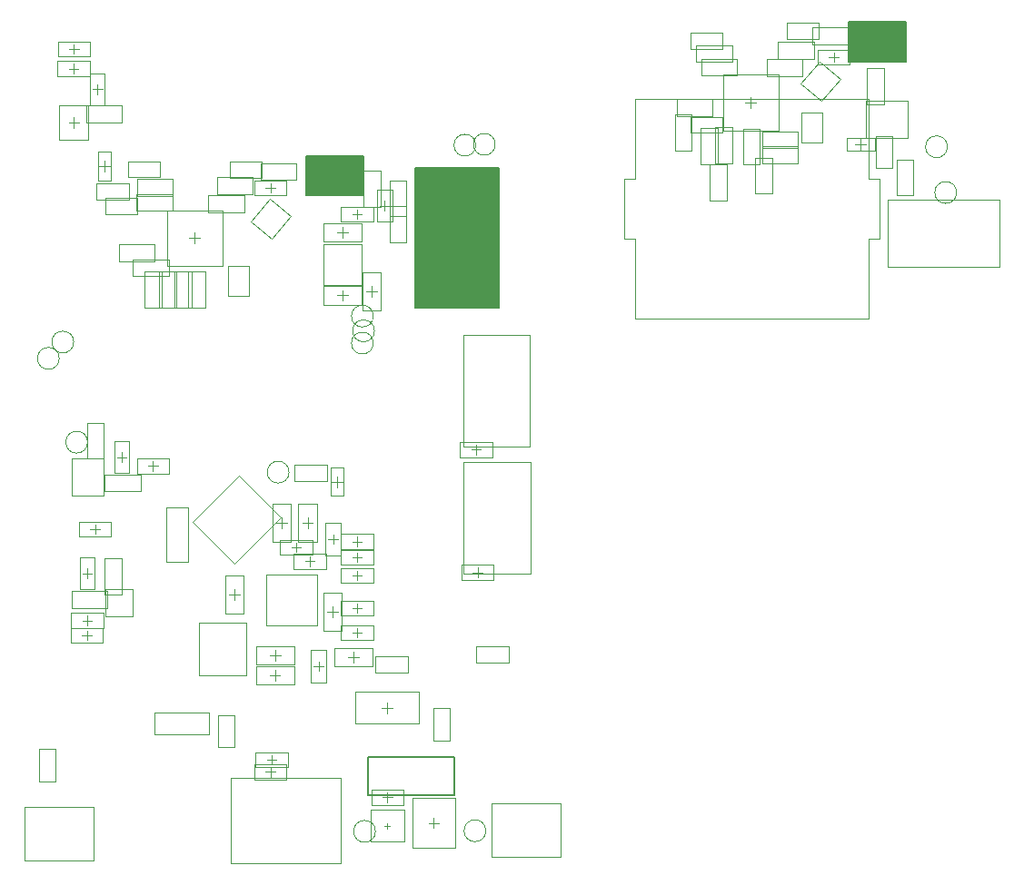
<source format=gbr>
G04*
G04 #@! TF.GenerationSoftware,Altium Limited,Altium Designer,24.10.1 (45)*
G04*
G04 Layer_Color=32768*
%FSLAX44Y44*%
%MOMM*%
G71*
G04*
G04 #@! TF.SameCoordinates,58AE560C-37F5-4C9B-8F18-908462E99DB1*
G04*
G04*
G04 #@! TF.FilePolarity,Positive*
G04*
G01*
G75*
%ADD10C,0.1000*%
%ADD15C,0.1524*%
%ADD19C,0.1270*%
%ADD164C,0.0500*%
%ADD168C,0.0508*%
G36*
X323010Y629920D02*
X269826D01*
Y667004D01*
X323010D01*
Y629920D01*
D02*
G37*
G36*
X371264Y656004D02*
Y525604D01*
X449664D01*
Y656004D01*
X371264D01*
D02*
G37*
G36*
X828978Y754888D02*
X775794D01*
Y791972D01*
X828978D01*
Y754888D01*
D02*
G37*
D10*
X427990Y676910D02*
G03*
X427990Y676910I-10160J0D01*
G01*
X333502Y503682D02*
G03*
X333502Y503682I-10160J0D01*
G01*
X867410Y675386D02*
G03*
X867410Y675386I-10160J0D01*
G01*
X876046Y632714D02*
G03*
X876046Y632714I-10160J0D01*
G01*
X332486Y517398D02*
G03*
X332486Y517398I-10160J0D01*
G01*
X66294Y399796D02*
G03*
X66294Y399796I-10160J0D01*
G01*
X39878Y478028D02*
G03*
X39878Y478028I-10160J0D01*
G01*
X53340Y493268D02*
G03*
X53340Y493268I-10160J0D01*
G01*
X254000Y371856D02*
G03*
X254000Y371856I-10160J0D01*
G01*
X437388Y37338D02*
G03*
X437388Y37338I-10160J0D01*
G01*
X334518Y36830D02*
G03*
X334518Y36830I-10160J0D01*
G01*
X332486Y492252D02*
G03*
X332486Y492252I-10160J0D01*
G01*
X446111Y677657D02*
G03*
X446111Y677657I-10160J0D01*
G01*
X53594Y693144D02*
Y703144D01*
X48594Y698144D02*
X58594D01*
X303784Y531702D02*
Y541702D01*
X298784Y536702D02*
X308784D01*
X326216Y540512D02*
X336216D01*
X331216Y535512D02*
Y545512D01*
X317246Y607894D02*
Y616894D01*
X312746Y612394D02*
X321746D01*
X303784Y590376D02*
Y600376D01*
X298784Y595376D02*
X308784D01*
X338654Y620268D02*
X347654D01*
X343154Y615768D02*
Y624768D01*
X684196Y711496D02*
Y721496D01*
X679196Y716496D02*
X689196D01*
X781780Y677672D02*
X791780D01*
X786780Y672672D02*
Y682672D01*
X761492Y754452D02*
Y763452D01*
X756992Y758952D02*
X765992D01*
X166078Y585202D02*
Y595202D01*
X161078Y590202D02*
X171078D01*
X429768Y273884D02*
Y282884D01*
X425268Y278384D02*
X434268D01*
X428244Y388438D02*
Y397438D01*
X423744Y392938D02*
X432744D01*
X340440Y152146D02*
X350440D01*
X345440Y147146D02*
Y157146D01*
X75438Y724480D02*
Y733480D01*
X70938Y728980D02*
X79938D01*
X53594Y762072D02*
Y771072D01*
X49094Y766572D02*
X58094D01*
X48586Y748284D02*
X57586D01*
X53086Y743784D02*
Y752784D01*
X271272Y319358D02*
Y329358D01*
X266272Y324358D02*
X276272D01*
X246888Y319612D02*
Y329612D01*
X241888Y324612D02*
X251888D01*
X260604Y297252D02*
Y306252D01*
X256104Y301752D02*
X265104D01*
X317500Y287854D02*
Y296854D01*
X313000Y292354D02*
X322000D01*
X317500Y302586D02*
Y311586D01*
X313000Y307086D02*
X322000D01*
X290648Y309372D02*
X299648D01*
X295148Y304872D02*
Y313872D01*
X273304Y284298D02*
Y293298D01*
X268804Y288798D02*
X277804D01*
X236728Y632532D02*
Y641532D01*
X232228Y637032D02*
X241228D01*
X236728Y87702D02*
Y96702D01*
X232228Y92202D02*
X241228D01*
X237744Y99132D02*
Y108132D01*
X233244Y103632D02*
X242244D01*
X345694Y64080D02*
Y73080D01*
X341194Y68580D02*
X350194D01*
X203200Y252810D02*
Y262810D01*
X198200Y257810D02*
X208200D01*
X276932Y190754D02*
X285932D01*
X281432Y186254D02*
Y195254D01*
X294640Y236300D02*
Y246300D01*
X289640Y241300D02*
X299640D01*
X317500Y217750D02*
Y226750D01*
X313000Y222250D02*
X322000D01*
X317500Y240610D02*
Y249610D01*
X313000Y245110D02*
X322000D01*
X317500Y271090D02*
Y280090D01*
X313000Y275590D02*
X322000D01*
X308690Y199390D02*
X318690D01*
X313690Y194390D02*
Y204390D01*
X98044Y381326D02*
Y390326D01*
X93544Y385826D02*
X102544D01*
X127254Y373198D02*
Y382198D01*
X122754Y377698D02*
X131754D01*
X73152Y314270D02*
Y323270D01*
X68652Y318770D02*
X77652D01*
X61286Y277368D02*
X70286D01*
X65786Y272868D02*
Y281868D01*
X65658Y214956D02*
Y223956D01*
X61158Y219456D02*
X70158D01*
X65786Y228926D02*
Y237926D01*
X61286Y233426D02*
X70286D01*
X81788Y652352D02*
Y662352D01*
X76788Y657352D02*
X86788D01*
X298958Y357966D02*
Y367966D01*
X293958Y362966D02*
X303958D01*
X241046Y195660D02*
Y205660D01*
X236046Y200660D02*
X246046D01*
X235792Y182372D02*
X245792D01*
X240792Y177372D02*
Y187372D01*
X383874Y44704D02*
X393874D01*
X388874Y39704D02*
Y49704D01*
X343194Y42164D02*
X348194D01*
X345694Y39664D02*
Y44664D01*
D15*
X775794Y754888D02*
Y791972D01*
X828978D01*
Y754888D02*
Y791972D01*
X775794Y754888D02*
X828978D01*
X269826Y629920D02*
X323010D01*
Y667004D01*
X269826D02*
X323010D01*
X269826Y629920D02*
Y667004D01*
D19*
X371264Y525604D02*
Y656004D01*
X449664D01*
Y525604D02*
Y656004D01*
X371264Y525604D02*
X449664D01*
X371264D02*
Y656004D01*
X449664D01*
Y525604D02*
Y656004D01*
X371264Y525604D02*
X449664D01*
X327792Y70892D02*
X407792D01*
X327792D02*
Y105892D01*
X407792D01*
Y70892D02*
Y105892D01*
D164*
X40094Y714194D02*
X67094D01*
X40094Y682094D02*
X67094D01*
Y714194D01*
X40094Y682094D02*
Y714194D01*
X791772Y683686D02*
Y717886D01*
Y683686D02*
X830272D01*
Y717886D01*
X791772D02*
X830272D01*
X163923Y325040D02*
X202897Y286066D01*
X246541Y329710D01*
X207567Y368684D02*
X246541Y329710D01*
X163923Y325040D02*
X207567Y368684D01*
X506980Y13100D02*
Y63100D01*
X442980Y13100D02*
X506980D01*
X442980D02*
Y63100D01*
X506980D01*
X566724Y589320D02*
X576874D01*
X566724D02*
Y645120D01*
X576874D01*
X793974Y589320D02*
X804124D01*
Y645120D01*
X793974D02*
X804124D01*
X576874Y719720D02*
X793974D01*
X576874Y645120D02*
Y719720D01*
Y514720D02*
Y589320D01*
Y514720D02*
X793974D01*
Y589320D01*
Y645120D02*
Y719720D01*
X286004Y546354D02*
Y584454D01*
X321564Y546354D02*
Y584454D01*
X286004Y546354D02*
X321564D01*
X286004Y584454D02*
X321564D01*
X286004Y528202D02*
X321564D01*
X286004Y545202D02*
X321564D01*
Y528202D02*
Y545202D01*
X286004Y528202D02*
Y545202D01*
X339716Y522732D02*
Y558292D01*
X322716Y522732D02*
Y558292D01*
X339716D01*
X322716Y522732D02*
X339716D01*
X302246Y605394D02*
X332246D01*
X302246D02*
Y619394D01*
X332246Y605394D02*
Y619394D01*
X302246D02*
X332246D01*
X286004Y586876D02*
X321564D01*
X286004Y603876D02*
X321564D01*
Y586876D02*
Y603876D01*
X286004Y586876D02*
Y603876D01*
X336154Y605268D02*
Y635268D01*
X350154D01*
X336154Y605268D02*
X350154D01*
Y635268D01*
X658196Y742496D02*
X710196D01*
X658196Y690496D02*
X710196D01*
X658196D02*
Y742496D01*
X710196Y690496D02*
Y742496D01*
X811854Y563194D02*
Y625694D01*
X915854D01*
Y563194D02*
Y625694D01*
X811854Y563194D02*
X915854D01*
X800760Y655480D02*
Y685640D01*
Y655480D02*
X815980D01*
X800760Y685640D02*
X815980D01*
Y655480D02*
Y685640D01*
X800030Y671672D02*
Y683672D01*
X773530Y671672D02*
Y683672D01*
Y671672D02*
X800030D01*
X773530Y683672D02*
X800030D01*
X731060Y679674D02*
X751060D01*
Y707674D01*
X731060D02*
X751060D01*
X731060Y679674D02*
Y707674D01*
X657866Y688356D02*
Y703056D01*
X628166D02*
X657866D01*
X628166Y688356D02*
Y703056D01*
Y688356D02*
X657866D01*
X746492Y751952D02*
X776492D01*
X746492D02*
Y765952D01*
X776492Y751952D02*
Y765952D01*
X746492D02*
X776492D01*
X747894Y775986D02*
Y790686D01*
X718194D02*
X747894D01*
X718194Y775986D02*
Y790686D01*
Y775986D02*
X747894D01*
X628278Y766842D02*
Y781542D01*
Y766842D02*
X657978D01*
Y781542D01*
X628278D02*
X657978D01*
X730968Y734373D02*
X750119Y718303D01*
X767474Y738987D01*
X748323Y755056D02*
X767474Y738987D01*
X730968Y734373D02*
X748323Y755056D01*
X199452Y86680D02*
X302452D01*
Y6680D02*
Y86680D01*
X199452Y6680D02*
X302452D01*
X199452D02*
Y86680D01*
X188224Y115222D02*
Y145382D01*
Y115222D02*
X203444D01*
X188224Y145382D02*
X203444D01*
Y115222D02*
Y145382D01*
X140078Y616202D02*
X192078D01*
X140078Y564202D02*
X192078D01*
X140078D02*
Y616202D01*
X192078Y564202D02*
Y616202D01*
X232690Y276590D02*
X280390D01*
X232690Y228890D02*
X280390D01*
X232690D02*
Y276590D01*
X280390Y228890D02*
Y276590D01*
X169770Y182510D02*
X213770D01*
Y231510D01*
X169770D02*
X213770D01*
X169770Y182510D02*
Y231510D01*
X414768Y285384D02*
X444768D01*
Y271384D02*
Y285384D01*
X414768Y271384D02*
Y285384D01*
Y271384D02*
X444768D01*
X413244Y385938D02*
X443244D01*
X413244D02*
Y399938D01*
X443244Y385938D02*
Y399938D01*
X413244D02*
X443244D01*
X334424Y184922D02*
X364584D01*
Y200142D01*
X334424Y184922D02*
Y200142D01*
X364584D01*
X428658Y209794D02*
X458818D01*
X428658Y194574D02*
Y209794D01*
X458818Y194574D02*
Y209794D01*
X428658Y194574D02*
X458818D01*
X315890Y137446D02*
X374990D01*
X315890Y166846D02*
X374990D01*
X315890Y137446D02*
Y166846D01*
X374990Y137446D02*
Y166846D01*
X217010Y535910D02*
Y563910D01*
X197010Y535910D02*
X217010D01*
X197010D02*
Y563910D01*
X217010D01*
X416552Y277184D02*
X479052D01*
X416552D02*
Y381184D01*
X479052D01*
Y277184D02*
Y381184D01*
X416044Y396056D02*
X478544D01*
X416044D02*
Y500056D01*
X478544D01*
Y396056D02*
Y500056D01*
X82438Y713980D02*
Y743980D01*
X68438Y713980D02*
X82438D01*
X68438Y743980D02*
X82438D01*
X68438Y713980D02*
Y743980D01*
X38594Y759572D02*
X68594D01*
X38594D02*
Y773572D01*
X68594Y759572D02*
Y773572D01*
X38594D02*
X68594D01*
X38086Y755284D02*
X68086D01*
Y741284D02*
Y755284D01*
X38086Y741284D02*
Y755284D01*
Y741284D02*
X68086D01*
X262772Y306578D02*
X279772D01*
X262772Y342138D02*
X279772D01*
X262772Y306578D02*
Y342138D01*
X279772Y306578D02*
Y342138D01*
X238388Y306832D02*
X255388D01*
X238388Y342392D02*
X255388D01*
X238388Y306832D02*
Y342392D01*
X255388Y306832D02*
Y342392D01*
X245604Y308752D02*
X275604D01*
Y294752D02*
Y308752D01*
X245604Y294752D02*
Y308752D01*
Y294752D02*
X275604D01*
X302500Y299354D02*
X332500D01*
Y285354D02*
Y299354D01*
X302500Y285354D02*
Y299354D01*
Y285354D02*
X332500D01*
X302500Y314086D02*
X332500D01*
Y300086D02*
Y314086D01*
X302500Y300086D02*
Y314086D01*
Y300086D02*
X332500D01*
X288148Y294372D02*
Y324372D01*
X302148D01*
X288148Y294372D02*
X302148D01*
Y324372D01*
X258304Y295798D02*
X288304D01*
Y281798D02*
Y295798D01*
X258304Y281798D02*
Y295798D01*
Y281798D02*
X288304D01*
X228606Y646446D02*
Y661146D01*
X198906D02*
X228606D01*
X198906Y646446D02*
Y661146D01*
Y646446D02*
X228606D01*
X221728Y630032D02*
X251728D01*
X221728D02*
Y644032D01*
X251728Y630032D02*
Y644032D01*
X221728D02*
X251728D01*
X218729Y605769D02*
X236084Y626452D01*
X255235Y610383D01*
X237880Y589700D02*
X255235Y610383D01*
X218729Y605769D02*
X237880Y589700D01*
X221728Y99202D02*
X251728D01*
Y85202D02*
Y99202D01*
X221728Y85202D02*
Y99202D01*
Y85202D02*
X251728D01*
X222744Y110632D02*
X252744D01*
Y96632D02*
Y110632D01*
X222744Y96632D02*
Y110632D01*
Y96632D02*
X252744D01*
X71624Y9798D02*
Y59798D01*
X7624Y9798D02*
X71624D01*
X7624D02*
Y59798D01*
X71624D01*
X330694Y75580D02*
X360694D01*
Y61580D02*
Y75580D01*
X330694Y61580D02*
Y75580D01*
Y61580D02*
X360694D01*
X194700Y275590D02*
X211700D01*
X194700Y240030D02*
X211700D01*
Y275590D01*
X194700Y240030D02*
Y275590D01*
X288432Y175754D02*
Y205754D01*
X274432Y175754D02*
X288432D01*
X274432Y205754D02*
X288432D01*
X274432Y175754D02*
Y205754D01*
X286140Y223520D02*
X303140D01*
X286140Y259080D02*
X303140D01*
X286140Y223520D02*
Y259080D01*
X303140Y223520D02*
Y259080D01*
X302500Y229250D02*
X332500D01*
Y215250D02*
Y229250D01*
X302500Y215250D02*
Y229250D01*
Y215250D02*
X332500D01*
X302500Y252110D02*
X332500D01*
Y238110D02*
Y252110D01*
X302500Y238110D02*
Y252110D01*
Y238110D02*
X332500D01*
X302500Y268590D02*
X332500D01*
X302500D02*
Y282590D01*
X332500Y268590D02*
Y282590D01*
X302500D02*
X332500D01*
X331470Y190890D02*
Y207890D01*
X295910Y190890D02*
Y207890D01*
Y190890D02*
X331470D01*
X295910Y207890D02*
X331470D01*
X105044Y370826D02*
Y400826D01*
X91044Y370826D02*
X105044D01*
X91044Y400826D02*
X105044D01*
X91044Y370826D02*
Y400826D01*
X112254Y384698D02*
X142254D01*
Y370698D02*
Y384698D01*
X112254Y370698D02*
Y384698D01*
Y370698D02*
X142254D01*
X58152Y325770D02*
X88152D01*
Y311770D02*
Y325770D01*
X58152Y311770D02*
Y325770D01*
Y311770D02*
X88152D01*
X58786Y262368D02*
Y292368D01*
X72786D01*
X58786Y262368D02*
X72786D01*
Y292368D01*
X82924Y237560D02*
Y262560D01*
X107924D01*
Y237560D02*
Y262560D01*
X82924Y237560D02*
X107924D01*
X50658Y212456D02*
X80658D01*
X50658D02*
Y226456D01*
X80658Y212456D02*
Y226456D01*
X50658D02*
X80658D01*
X20838Y83218D02*
Y113378D01*
Y83218D02*
X36058D01*
X20838Y113378D02*
X36058D01*
Y83218D02*
Y113378D01*
X50786Y226426D02*
X80786D01*
X50786D02*
Y240426D01*
X80786Y226426D02*
Y240426D01*
X50786D02*
X80786D01*
X104327Y646957D02*
Y661657D01*
Y646957D02*
X134027D01*
Y661657D01*
X104327D02*
X134027D01*
X82710Y612658D02*
X112870D01*
Y627878D01*
X82710Y612658D02*
Y627878D01*
X112870D01*
X74328Y625612D02*
X104488D01*
Y640832D01*
X74328Y625612D02*
Y640832D01*
X104488D01*
X75788Y670602D02*
X87788D01*
X75788Y644102D02*
X87788D01*
Y670602D01*
X75788Y644102D02*
Y670602D01*
X179528Y126910D02*
Y147410D01*
X128828D02*
X179528D01*
X128828Y126910D02*
Y147410D01*
Y126910D02*
X179528D01*
X292958Y349716D02*
X304958D01*
X292958Y376216D02*
X304958D01*
X292958Y349716D02*
Y376216D01*
X304958Y349716D02*
Y376216D01*
X258986Y363738D02*
X289146D01*
Y378958D01*
X258986Y363738D02*
Y378958D01*
X289146D01*
X223266Y209160D02*
X258826D01*
X223266Y192160D02*
X258826D01*
X223266D02*
Y209160D01*
X258826Y192160D02*
Y209160D01*
X258572Y173872D02*
Y190872D01*
X223012Y173872D02*
Y190872D01*
Y173872D02*
X258572D01*
X223012Y190872D02*
X258572D01*
X404104Y121572D02*
Y151732D01*
X388884D02*
X404104D01*
X388884Y121572D02*
X404104D01*
X388884D02*
Y151732D01*
X368874Y21204D02*
Y68204D01*
X408874Y21204D02*
Y68204D01*
X368874Y21204D02*
X408874D01*
X368874Y68204D02*
X408874D01*
X330194Y56664D02*
X361194D01*
Y27664D02*
Y56664D01*
X330194Y27664D02*
Y56664D01*
Y27664D02*
X361194D01*
X51294Y350038D02*
X81294D01*
Y385038D01*
X51294D02*
X81294D01*
X51294Y350038D02*
Y385038D01*
X139610Y288340D02*
Y339040D01*
X160110D01*
Y288340D02*
Y339040D01*
X139610Y288340D02*
X160110D01*
D168*
X347516Y586520D02*
Y619980D01*
X363176D01*
Y586520D02*
Y619980D01*
X347516Y586520D02*
X363176D01*
X694866Y673906D02*
Y689566D01*
Y673906D02*
X728326D01*
Y689566D01*
X694866D02*
X728326D01*
X677096Y692116D02*
X692756D01*
X677096Y658656D02*
Y692116D01*
Y658656D02*
X692756D01*
Y692116D01*
X645966Y658842D02*
X661626D01*
X645966Y625382D02*
Y658842D01*
Y625382D02*
X661626D01*
Y658842D01*
X651046Y693386D02*
X666706D01*
X651046Y659926D02*
Y693386D01*
Y659926D02*
X666706D01*
Y693386D01*
X637584Y692878D02*
X653244D01*
X637584Y659418D02*
Y692878D01*
Y659418D02*
X653244D01*
Y692878D01*
X820210Y663414D02*
X835870D01*
X820210Y629954D02*
Y663414D01*
Y629954D02*
X835870D01*
Y663414D01*
X699042Y756876D02*
X732502D01*
Y741216D02*
Y756876D01*
X699042Y741216D02*
X732502D01*
X699042D02*
Y756876D01*
X709456Y757472D02*
Y773132D01*
Y757472D02*
X742916D01*
Y773132D01*
X709456D02*
X742916D01*
X741206Y786848D02*
X774666D01*
Y771188D02*
Y786848D01*
X741206Y771188D02*
X774666D01*
X741206D02*
Y786848D01*
X694866Y659936D02*
Y675596D01*
Y659936D02*
X728326D01*
Y675596D01*
X694866D02*
X728326D01*
X688384Y665192D02*
X704044D01*
X688384Y631732D02*
Y665192D01*
Y631732D02*
X704044D01*
Y665192D01*
X648682Y704132D02*
Y719792D01*
X615222D02*
X648682D01*
X615222Y704132D02*
Y719792D01*
Y704132D02*
X648682D01*
X671542Y741724D02*
Y757384D01*
X638082D02*
X671542D01*
X638082Y741724D02*
Y757384D01*
Y741724D02*
X671542D01*
X666716Y754678D02*
Y770338D01*
X633256D02*
X666716D01*
X633256Y754678D02*
Y770338D01*
Y754678D02*
X666716D01*
X792412Y748758D02*
X808072D01*
X792412Y715298D02*
Y748758D01*
Y715298D02*
X808072D01*
Y748758D01*
X613342Y705578D02*
X629002D01*
X613342Y672118D02*
Y705578D01*
Y672118D02*
X629002D01*
Y705578D01*
X339046Y619540D02*
Y653000D01*
X323386Y619540D02*
X339046D01*
X323386D02*
Y653000D01*
X339046D01*
X347516Y644110D02*
X363176D01*
X347516Y610650D02*
Y644110D01*
Y610650D02*
X363176D01*
Y644110D01*
X147618Y558766D02*
X163278D01*
X147618Y525306D02*
Y558766D01*
Y525306D02*
X163278D01*
Y558766D01*
X160064D02*
X175724D01*
X160064Y525306D02*
Y558766D01*
Y525306D02*
X175724D01*
Y558766D01*
X133140Y559020D02*
X148800D01*
X133140Y525560D02*
Y559020D01*
Y525560D02*
X148800D01*
Y559020D01*
X119424D02*
X135084D01*
X119424Y525560D02*
Y559020D01*
Y525560D02*
X135084D01*
Y559020D01*
X186612Y631488D02*
Y647148D01*
Y631488D02*
X220072D01*
Y647148D01*
X186612D02*
X220072D01*
X178596Y614470D02*
Y630130D01*
Y614470D02*
X212056D01*
Y630130D01*
X178596D02*
X212056D01*
X227364Y644442D02*
Y660102D01*
Y644442D02*
X260824D01*
Y660102D01*
X227364D02*
X260824D01*
X84802Y245154D02*
Y260814D01*
X51342D02*
X84802D01*
X51342Y245154D02*
Y260814D01*
Y245154D02*
X84802D01*
X65576Y384590D02*
X81236D01*
Y418050D01*
X65576D02*
X81236D01*
X65576Y384590D02*
Y418050D01*
X82330Y353866D02*
X115790D01*
X82330D02*
Y369526D01*
X115790D01*
Y353866D02*
Y369526D01*
X82340Y291304D02*
X98000D01*
X82340Y257844D02*
Y291304D01*
Y257844D02*
X98000D01*
Y291304D01*
X141952Y554526D02*
Y570186D01*
X108492D02*
X141952D01*
X108492Y554526D02*
Y570186D01*
Y554526D02*
X141952D01*
X128744Y568750D02*
Y584410D01*
X95284D02*
X128744D01*
X95284Y568750D02*
Y584410D01*
Y568750D02*
X128744D01*
X145254Y615740D02*
Y631400D01*
X111794D02*
X145254D01*
X111794Y615740D02*
Y631400D01*
Y615740D02*
X145254D01*
X145904Y629456D02*
Y645116D01*
X112444D02*
X145904D01*
X112444Y629456D02*
Y645116D01*
Y629456D02*
X145904D01*
X65058Y698290D02*
X98518D01*
X65058D02*
Y713950D01*
X98518D01*
Y698290D02*
Y713950D01*
M02*

</source>
